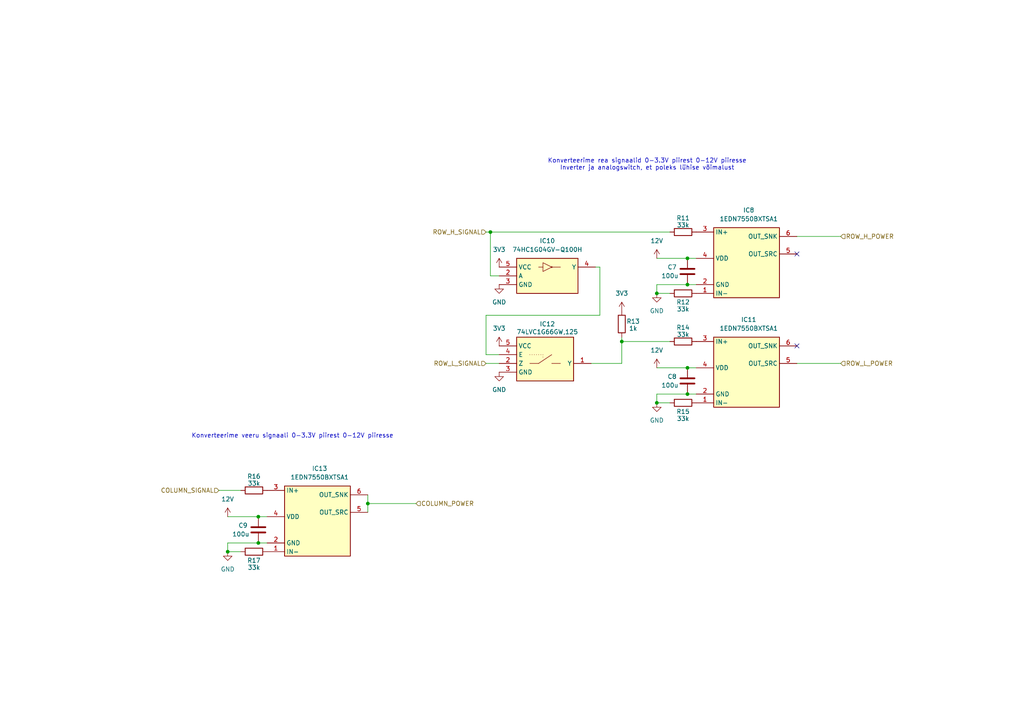
<source format=kicad_sch>
(kicad_sch (version 20250114) (generator "eeschema") (generator_version "9.0")
  (paper "A4")
  (lib_symbols
    (symbol "1EDN7550BXTSA1_2"
      (property "Reference" "IC2" (at 15.24 7.62 0))
      (property "Value" "1EDN7550BXTSA1" (at 15.24 5.08 0))
      (symbol "1EDN7550BXTSA1_2_1_1"
        (rectangle (start 5.08 2.54) (end 24.13 -17.78) (stroke (width 0.254)) (fill (type background)))
        (pin bidirectional line (at 0 1.27 0) (length 5.08) (name "IN+") (number "3"))
        (pin bidirectional line (at 0 -6.35 0) (length 5.08) (name "VDD") (number "4"))
        (pin bidirectional line (at 0 -13.97 0) (length 5.08) (name "GND") (number "2"))
        (pin bidirectional line (at 0 -16.51 0) (length 5.08) (name "IN-") (number "1"))
        (pin output line (at 29.21 0 180) (length 5.08) (name "OUT_SNK") (number "6"))
        (pin output line (at 29.21 -5.08 180) (length 5.08) (name "OUT_SRC") (number "5"))
      )
    )
    (symbol "74HC1G04GV-Q100H:74HC1G04GV-Q100H"
      (property "Reference" "IC3" (at 13.97 7.62 0))
      (property "Value" "74HC1G04GV-Q100H" (at 13.97 5.08 0))
      (symbol "74HC1G04GV-Q100H_0_1"
        (polyline (pts (xy 12.7 0) (xy 11.43 0)))
        (polyline (pts (xy 15.24 0) (xy 17.78 0)))
        (polyline (pts (xy 15.24 0) (xy 12.7 1.27) (xy 12.7 -1.27) (xy 15.24 0)))
        (circle (center 15.24 0) (radius 0.2) (stroke (width 0.1)) (fill (type background)))
      )
      (symbol "74HC1G04GV-Q100H_1_1"
        (rectangle (start 5.08 2.54) (end 22.86 -7.62) (stroke (width 0.254)) (fill (type background)))
        (pin passive line (at 0 0 0) (length 5.08) (name "VCC") (number "5"))
        (pin passive line (at 0 -2.54 0) (length 5.08) (name "A") (number "2"))
        (pin passive line (at 0 -5.08 0) (length 5.08) (name "GND") (number "3"))
        (pin passive line (at 27.94 0 180) (length 5.08) (name "Y") (number "4"))
        (pin passive line (at 27.94 -5.08 180) (length 5.08) (hide yes) (name "n.c.") (number "1"))
      )
    )
    (symbol "74LVC1G66GW_125:74LVC1G66GW,125"
      (property "Reference" "IC2" (at 12.7 8.89 0))
      (property "Value" "74LVC1G66GW,125" (at 12.7 6.604 0))
      (symbol "74LVC1G66GW,125_0_1"
        (polyline (pts (xy 7.62 -2.54) (xy 10.16 -2.54)))
        (polyline (pts (xy 10.16 -2.54) (xy 13.97 0)))
        (polyline (pts (xy 13.97 -2.54) (xy 16.51 -2.54)))
      )
      (symbol "74LVC1G66GW,125_1_1"
        (rectangle (start 3.81 5.08) (end 20.32 -7.62) (stroke (width 0.254)) (fill (type background)))
        (polyline (pts (xy 7.62 0) (xy 11.43 0) (xy 11.43 -1.27)) (stroke (width 0) (type dot)))
        (pin passive line (at -1.27 2.54 0) (length 5.08) (name "VCC") (number "5"))
        (pin passive line (at -1.27 0 0) (length 5.08) (name "E") (number "4"))
        (pin passive line (at -1.27 -2.54 0) (length 5.08) (name "Z") (number "2"))
        (pin passive line (at -1.27 -5.08 0) (length 5.08) (name "GND") (number "3"))
        (pin passive line (at 25.4 -2.54 180) (length 5.08) (name "Y") (number "1"))
      )
    )
    (symbol "Device:C" (pin_numbers (hide yes)) (pin_names (offset 0.254))
      (property "Reference" "C" (at 0.635 2.54 0))
      (property "Value" "C" (at 0.635 -2.54 0))
      (symbol "C_0_1"
        (polyline (pts (xy -2.032 0.762) (xy 2.032 0.762)) (stroke (width 0.508)))
        (polyline (pts (xy -2.032 -0.762) (xy 2.032 -0.762)) (stroke (width 0.508)))
      )
      (symbol "C_1_1"
        (pin passive line (at 0 3.81 270) (length 2.794) (name "~") (number "1"))
        (pin passive line (at 0 -3.81 90) (length 2.794) (name "~") (number "2"))
      )
    )
    (symbol "Device:R" (pin_numbers (hide yes)) (pin_names (offset 0))
      (property "Reference" "R" (at 2.032 0 90))
      (property "Value" "R" (at 0 0 90))
      (symbol "R_0_1"
        (rectangle (start -1.016 -2.54) (end 1.016 2.54) (stroke (width 0.254)))
      )
      (symbol "R_1_1"
        (pin passive line (at 0 3.81 270) (length 1.27) (name "~") (number "1"))
        (pin passive line (at 0 -3.81 90) (length 1.27) (name "~") (number "2"))
      )
    )
    (symbol "power:GND" (power) (pin_numbers (hide yes)) (pin_names (offset 0) (hide yes))
      (property "Value" "GND" (at 0 -3.81 0))
      (symbol "GND_0_1"
        (polyline (pts (xy 0 0) (xy 0 -1.27) (xy 1.27 -1.27) (xy 0 -2.54) (xy -1.27 -1.27) (xy 0 -1.27)))
      )
      (symbol "GND_1_1"
        (pin power_in line (at 0 0 270) (length 0) (name "~") (number "1"))
      )
    )
    (symbol "power:VCC" (power) (pin_numbers (hide yes)) (pin_names (offset 0) (hide yes))
      (property "Value" "VCC" (at 0 3.556 0))
      (symbol "VCC_0_1"
        (polyline (pts (xy -0.762 1.27) (xy 0 2.54)))
        (polyline (pts (xy 0 2.54) (xy 0.762 1.27)))
        (polyline (pts (xy 0 0) (xy 0 2.54)))
      )
      (symbol "VCC_1_1"
        (pin power_in line (at 0 0 90) (length 0) (name "~") (number "1"))
      )
    )
  )
  (text "Konverteerime rea signaalid 0-3.3V piirest 0-12V piiresse\nInverter ja analogswitch, et poleks lühise võimalust" (at 187.706 47.752 0) (effects (font (size 1.27 1.27))))
  (text "Konverteerime veeru signaali 0-3.3V piirest 0-12V piiresse" (at 84.836 126.492 0) (effects (font (size 1.27 1.27))))
  (junction (at 74.93 157.48))
  (junction (at 106.68 146.05))
  (junction (at 180.34 99.06))
  (junction (at 190.5 85.09))
  (junction (at 199.39 106.68))
  (junction (at 199.39 74.93))
  (junction (at 74.93 149.86))
  (junction (at 199.39 82.55))
  (junction (at 190.5 116.84))
  (junction (at 66.04 160.02))
  (junction (at 199.39 114.3))
  (junction (at 142.24 67.31))
  (no_connect (at 231.14 100.33))
  (no_connect (at 231.14 73.66))
  (wire (pts (xy 69.85 160.02) (xy 66.04 160.02)))
  (wire (pts (xy 140.97 105.41) (xy 144.78 105.41)))
  (wire (pts (xy 66.04 157.48) (xy 74.93 157.48)))
  (wire (pts (xy 74.93 149.86) (xy 77.47 149.86)))
  (wire (pts (xy 173.99 91.44) (xy 140.97 91.44)))
  (wire (pts (xy 106.68 143.51) (xy 106.68 146.05)))
  (wire (pts (xy 180.34 105.41) (xy 180.34 99.06)))
  (wire (pts (xy 74.93 157.48) (xy 77.47 157.48)))
  (wire (pts (xy 106.68 146.05) (xy 120.65 146.05)))
  (wire (pts (xy 190.5 74.93) (xy 199.39 74.93)))
  (wire (pts (xy 190.5 82.55) (xy 199.39 82.55)))
  (wire (pts (xy 199.39 82.55) (xy 201.93 82.55)))
  (wire (pts (xy 231.14 105.41) (xy 243.84 105.41)))
  (wire (pts (xy 140.97 67.31) (xy 142.24 67.31)))
  (wire (pts (xy 66.04 149.86) (xy 74.93 149.86)))
  (wire (pts (xy 106.68 146.05) (xy 106.68 148.59)))
  (wire (pts (xy 199.39 106.68) (xy 201.93 106.68)))
  (wire (pts (xy 142.24 80.01) (xy 144.78 80.01)))
  (wire (pts (xy 194.31 85.09) (xy 190.5 85.09)))
  (wire (pts (xy 231.14 68.58) (xy 243.84 68.58)))
  (wire (pts (xy 190.5 114.3) (xy 199.39 114.3)))
  (wire (pts (xy 194.31 116.84) (xy 190.5 116.84)))
  (wire (pts (xy 173.99 77.47) (xy 173.99 91.44)))
  (wire (pts (xy 180.34 99.06) (xy 194.31 99.06)))
  (wire (pts (xy 140.97 91.44) (xy 140.97 102.87)))
  (wire (pts (xy 63.5 142.24) (xy 69.85 142.24)))
  (wire (pts (xy 171.45 105.41) (xy 180.34 105.41)))
  (wire (pts (xy 142.24 67.31) (xy 142.24 80.01)))
  (wire (pts (xy 190.5 106.68) (xy 199.39 106.68)))
  (wire (pts (xy 180.34 97.79) (xy 180.34 99.06)))
  (wire (pts (xy 190.5 82.55) (xy 190.5 85.09)))
  (wire (pts (xy 66.04 157.48) (xy 66.04 160.02)))
  (wire (pts (xy 172.72 77.47) (xy 173.99 77.47)))
  (wire (pts (xy 190.5 114.3) (xy 190.5 116.84)))
  (wire (pts (xy 199.39 114.3) (xy 201.93 114.3)))
  (wire (pts (xy 199.39 74.93) (xy 201.93 74.93)))
  (wire (pts (xy 140.97 102.87) (xy 144.78 102.87)))
  (wire (pts (xy 142.24 67.31) (xy 194.31 67.31)))
  (hierarchical_label "ROW_L_POWER" (shape input) (at 243.84 105.41 0))
  (hierarchical_label "COLUMN_SIGNAL" (shape input) (at 63.5 142.24 180))
  (hierarchical_label "ROW_H_POWER" (shape input) (at 243.84 68.58 0))
  (hierarchical_label "COLUMN_POWER" (shape input) (at 120.65 146.05 0))
  (hierarchical_label "ROW_H_SIGNAL" (shape input) (at 140.97 67.31 180))
  (hierarchical_label "ROW_L_SIGNAL" (shape input) (at 140.97 105.41 180))
  (symbol (lib_id "power:VCC") (at 180.34 90.17 0) (unit 1)
    (property "Reference" "#PWR033" (effects (hide yes)))
    (property "Value" "3V3" (at 180.34 85.09 0))
    (property "Description" "Power symbol creates a global label with name \"VCC\"" (effects (hide yes)))
  )
  (symbol (lib_id "power:VCC") (at 66.04 149.86 0) (unit 1)
    (property "Reference" "#PWR038" (effects (hide yes)))
    (property "Value" "12V" (at 66.04 144.78 0))
    (property "Description" "Power symbol creates a global label with name \"VCC\"" (effects (hide yes)))
  )
  (symbol (lib_id "Device:R") (at 198.12 85.09 270) (unit 1)
    (property "Reference" "R12" (at 198.12 87.63 90))
    (property "Value" "33k" (at 198.12 89.662 90))
    (property "Footprint" "Resistor_SMD:R_0603_1608Metric_Pad0.98x0.95mm_HandSolder" (effects (hide yes)))
    (property "Description" "Resistor" (effects (hide yes)))
  )
  (symbol (lib_id "power:GND") (at 66.04 160.02 0) (unit 1)
    (property "Reference" "#PWR039" (effects (hide yes)))
    (property "Value" "GND" (at 66.04 165.1 0))
    (property "Description" "Power symbol creates a global label with name \"GND\" , ground" (effects (hide yes)))
  )
  (symbol (lib_id "power:VCC") (at 190.5 74.93 0) (unit 1)
    (property "Reference" "#PWR029" (effects (hide yes)))
    (property "Value" "12V" (at 190.5 69.85 0))
    (property "Description" "Power symbol creates a global label with name \"VCC\"" (effects (hide yes)))
  )
  (symbol (lib_id "Device:R") (at 73.66 142.24 270) (unit 1)
    (property "Reference" "R16" (at 73.66 138.176 90))
    (property "Value" "33k" (at 73.66 140.208 90))
    (property "Footprint" "Resistor_SMD:R_0603_1608Metric_Pad0.98x0.95mm_HandSolder" (effects (hide yes)))
    (property "Description" "Resistor" (effects (hide yes)))
  )
  (symbol (lib_name "1EDN7550BXTSA1_2") (lib_id "1EDN7550BXTSA1:1EDN7550BXTSA1") (at 77.47 143.51 0) (unit 1)
    (property "Reference" "IC13" (at 92.71 135.89 0))
    (property "Value" "1EDN7550BXTSA1" (at 92.71 138.43 0))
    (property "Footprint" "SOT95P280X145-6N" (effects (hide yes)))
    (property "Datasheet" "https://www.mouser.ee/datasheet/3/70/1/Infineon-1EDN7550B-DataSheet-v02_04-EN.pdf" (effects (hide yes)))
    (property "Description" "INFINEON - 1EDN7550BXTSA1 - MOSFET Driver, High Side, 4.5V to 20V Supply, 8A Out, 45ns Delay, SOT-23-6" (effects (hide yes)))
    (property "Height" "1.45" (effects (hide yes)))
    (property "Mouser Part Number" "726-1EDN7550BXTSA1" (effects (hide yes)))
    (property "Mouser Price/Stock" "https://www.mouser.co.uk/ProductDetail/Infineon-Technologies/1EDN7550BXTSA1?qs=55YtniHzbhAbvf50ccXD7g%3D%3D" (effects (hide yes)))
    (property "Manufacturer_Name" "Infineon" (effects (hide yes)))
    (property "Manufacturer_Part_Number" "1EDN7550BXTSA1" (effects (hide yes)))
  )
  (symbol (lib_id "Device:C") (at 74.93 153.67 180) (unit 1)
    (property "Reference" "C9" (at 70.485 152.4 0))
    (property "Value" "100u" (at 69.85 154.94 0))
    (property "Footprint" "Capacitor_SMD:C_0201_0603Metric_Pad0.64x0.40mm_HandSolder" (effects (hide yes)))
    (property "Description" "Unpolarized capacitor" (effects (hide yes)))
  )
  (symbol (lib_name "1EDN7550BXTSA1_2") (lib_id "1EDN7550BXTSA1:1EDN7550BXTSA1") (at 201.93 100.33 0) (unit 1)
    (property "Reference" "IC11" (at 217.17 92.71 0))
    (property "Value" "1EDN7550BXTSA1" (at 217.17 95.25 0))
    (property "Footprint" "SOT95P280X145-6N" (effects (hide yes)))
    (property "Datasheet" "https://www.mouser.ee/datasheet/3/70/1/Infineon-1EDN7550B-DataSheet-v02_04-EN.pdf" (effects (hide yes)))
    (property "Description" "INFINEON - 1EDN7550BXTSA1 - MOSFET Driver, High Side, 4.5V to 20V Supply, 8A Out, 45ns Delay, SOT-23-6" (effects (hide yes)))
    (property "Height" "1.45" (effects (hide yes)))
    (property "Mouser Part Number" "726-1EDN7550BXTSA1" (effects (hide yes)))
    (property "Mouser Price/Stock" "https://www.mouser.co.uk/ProductDetail/Infineon-Technologies/1EDN7550BXTSA1?qs=55YtniHzbhAbvf50ccXD7g%3D%3D" (effects (hide yes)))
    (property "Manufacturer_Name" "Infineon" (effects (hide yes)))
    (property "Manufacturer_Part_Number" "1EDN7550BXTSA1" (effects (hide yes)))
  )
  (symbol (lib_id "power:GND") (at 144.78 82.55 0) (unit 1)
    (property "Reference" "#PWR031" (effects (hide yes)))
    (property "Value" "GND" (at 144.78 87.63 0))
    (property "Description" "Power symbol creates a global label with name \"GND\" , ground" (effects (hide yes)))
  )
  (symbol (lib_id "74LVC1G66GW_125:74LVC1G66GW,125") (at 146.05 102.87 0) (unit 1)
    (property "Reference" "IC12" (at 158.75 93.98 0))
    (property "Value" "74LVC1G66GW,125" (at 158.75 96.266 0))
    (property "Footprint" "SOT65P212X110-5N" (effects (hide yes)))
    (property "Datasheet" "https://assets.nexperia.com/documents/data-sheet/74LVC1G66.pdf" (effects (hide yes)))
    (property "Description" "NXP 74LVC1G66GW,125, Multiplexer Single SPST, 3 V, 5 V, 5-Pin TSSOP" (effects (hide yes)))
    (property "Height" "1.1" (effects (hide yes)))
    (property "Mouser Part Number" "771-74LVC1G66GW-G" (effects (hide yes)))
    (property "Mouser Price/Stock" "https://www.mouser.co.uk/ProductDetail/Nexperia/74LVC1G66GW125?qs=me8TqzrmIYUqt%252BdMXussPA%3D%3D" (effects (hide yes)))
    (property "Manufacturer_Name" "Nexperia" (effects (hide yes)))
    (property "Manufacturer_Part_Number" "74LVC1G66GW,125" (effects (hide yes)))
  )
  (symbol (lib_id "power:GND") (at 190.5 85.09 0) (unit 1)
    (property "Reference" "#PWR032" (effects (hide yes)))
    (property "Value" "GND" (at 190.5 90.17 0))
    (property "Description" "Power symbol creates a global label with name \"GND\" , ground" (effects (hide yes)))
  )
  (symbol (lib_id "Device:C") (at 199.39 78.74 180) (unit 1)
    (property "Reference" "C7" (at 194.945 77.47 0))
    (property "Value" "100u" (at 194.31 80.01 0))
    (property "Footprint" "Capacitor_SMD:C_0201_0603Metric_Pad0.64x0.40mm_HandSolder" (effects (hide yes)))
    (property "Description" "Unpolarized capacitor" (effects (hide yes)))
  )
  (symbol (lib_id "Device:R") (at 180.34 93.98 0) (unit 1)
    (property "Reference" "R13" (at 183.642 93.218 0))
    (property "Value" "1k" (at 183.642 95.25 0))
    (property "Footprint" "Resistor_SMD:R_0603_1608Metric_Pad0.98x0.95mm_HandSolder" (effects (hide yes)))
    (property "Description" "Resistor" (effects (hide yes)))
  )
  (symbol (lib_id "power:VCC") (at 144.78 77.47 0) (unit 1)
    (property "Reference" "#PWR030" (effects (hide yes)))
    (property "Value" "3V3" (at 144.78 72.39 0))
    (property "Description" "Power symbol creates a global label with name \"VCC\"" (effects (hide yes)))
  )
  (symbol (lib_id "Device:R") (at 73.66 160.02 270) (unit 1)
    (property "Reference" "R17" (at 73.66 162.56 90))
    (property "Value" "33k" (at 73.66 164.592 90))
    (property "Footprint" "Resistor_SMD:R_0603_1608Metric_Pad0.98x0.95mm_HandSolder" (effects (hide yes)))
    (property "Description" "Resistor" (effects (hide yes)))
  )
  (symbol (lib_id "Device:C") (at 199.39 110.49 180) (unit 1)
    (property "Reference" "C8" (at 194.945 109.22 0))
    (property "Value" "100u" (at 194.31 111.76 0))
    (property "Footprint" "Capacitor_SMD:C_0201_0603Metric_Pad0.64x0.40mm_HandSolder" (effects (hide yes)))
    (property "Description" "Unpolarized capacitor" (effects (hide yes)))
  )
  (symbol (lib_id "power:VCC") (at 144.78 100.33 0) (unit 1)
    (property "Reference" "#PWR034" (effects (hide yes)))
    (property "Value" "3V3" (at 144.78 95.25 0))
    (property "Description" "Power symbol creates a global label with name \"VCC\"" (effects (hide yes)))
  )
  (symbol (lib_name "1EDN7550BXTSA1_2") (lib_id "1EDN7550BXTSA1:1EDN7550BXTSA1") (at 201.93 68.58 0) (unit 1)
    (property "Reference" "IC8" (at 217.17 60.96 0))
    (property "Value" "1EDN7550BXTSA1" (at 217.17 63.5 0))
    (property "Footprint" "SOT95P280X145-6N" (effects (hide yes)))
    (property "Datasheet" "https://www.mouser.ee/datasheet/3/70/1/Infineon-1EDN7550B-DataSheet-v02_04-EN.pdf" (effects (hide yes)))
    (property "Description" "INFINEON - 1EDN7550BXTSA1 - MOSFET Driver, High Side, 4.5V to 20V Supply, 8A Out, 45ns Delay, SOT-23-6" (effects (hide yes)))
    (property "Height" "1.45" (effects (hide yes)))
    (property "Mouser Part Number" "726-1EDN7550BXTSA1" (effects (hide yes)))
    (property "Mouser Price/Stock" "https://www.mouser.co.uk/ProductDetail/Infineon-Technologies/1EDN7550BXTSA1?qs=55YtniHzbhAbvf50ccXD7g%3D%3D" (effects (hide yes)))
    (property "Manufacturer_Name" "Infineon" (effects (hide yes)))
    (property "Manufacturer_Part_Number" "1EDN7550BXTSA1" (effects (hide yes)))
  )
  (symbol (lib_id "power:VCC") (at 190.5 106.68 0) (unit 1)
    (property "Reference" "#PWR035" (effects (hide yes)))
    (property "Value" "12V" (at 190.5 101.6 0))
    (property "Description" "Power symbol creates a global label with name \"VCC\"" (effects (hide yes)))
  )
  (symbol (lib_id "power:GND") (at 144.78 107.95 0) (unit 1)
    (property "Reference" "#PWR036" (effects (hide yes)))
    (property "Value" "GND" (at 144.78 113.03 0))
    (property "Description" "Power symbol creates a global label with name \"GND\" , ground" (effects (hide yes)))
  )
  (symbol (lib_id "74HC1G04GV-Q100H:74HC1G04GV-Q100H") (at 144.78 77.47 0) (unit 1)
    (property "Reference" "IC10" (at 158.75 69.85 0))
    (property "Value" "74HC1G04GV-Q100H" (at 158.75 72.39 0))
    (property "Footprint" "SOT95P275X110-5N" (effects (hide yes)))
    (property "Datasheet" "https://assets.nexperia.com/documents/data-sheet/74HC_HCT1G04_Q100.pdf" (effects (hide yes)))
    (property "Description" "74HC(T)1G04-Q100 - Inverter@en-us" (effects (hide yes)))
    (property "Height" "1.1" (effects (hide yes)))
    (property "Mouser Part Number" "771-74HC1G04GV-Q100H" (effects (hide yes)))
    (property "Mouser Price/Stock" "https://www.mouser.co.uk/ProductDetail/Nexperia/74HC1G04GV-Q100H?qs=cbprxTG2Yq%252BKFNu%252BdT2Rfw%3D%3D" (effects (hide yes)))
    (property "Manufacturer_Name" "Nexperia" (effects (hide yes)))
    (property "Manufacturer_Part_Number" "74HC1G04GV-Q100H" (effects (hide yes)))
  )
  (symbol (lib_id "Device:R") (at 198.12 99.06 270) (unit 1)
    (property "Reference" "R14" (at 198.12 94.996 90))
    (property "Value" "33k" (at 198.12 97.028 90))
    (property "Footprint" "Resistor_SMD:R_0603_1608Metric_Pad0.98x0.95mm_HandSolder" (effects (hide yes)))
    (property "Description" "Resistor" (effects (hide yes)))
  )
  (symbol (lib_id "Device:R") (at 198.12 67.31 270) (unit 1)
    (property "Reference" "R11" (at 198.12 63.246 90))
    (property "Value" "33k" (at 198.12 65.278 90))
    (property "Footprint" "Resistor_SMD:R_0603_1608Metric_Pad0.98x0.95mm_HandSolder" (effects (hide yes)))
    (property "Description" "Resistor" (effects (hide yes)))
  )
  (symbol (lib_id "power:GND") (at 190.5 116.84 0) (unit 1)
    (property "Reference" "#PWR037" (effects (hide yes)))
    (property "Value" "GND" (at 190.5 121.92 0))
    (property "Description" "Power symbol creates a global label with name \"GND\" , ground" (effects (hide yes)))
  )
  (symbol (lib_id "Device:R") (at 198.12 116.84 270) (unit 1)
    (property "Reference" "R15" (at 198.12 119.38 90))
    (property "Value" "33k" (at 198.12 121.412 90))
    (property "Footprint" "Resistor_SMD:R_0603_1608Metric_Pad0.98x0.95mm_HandSolder" (effects (hide yes)))
    (property "Description" "Resistor" (effects (hide yes)))
  )
)
</source>
